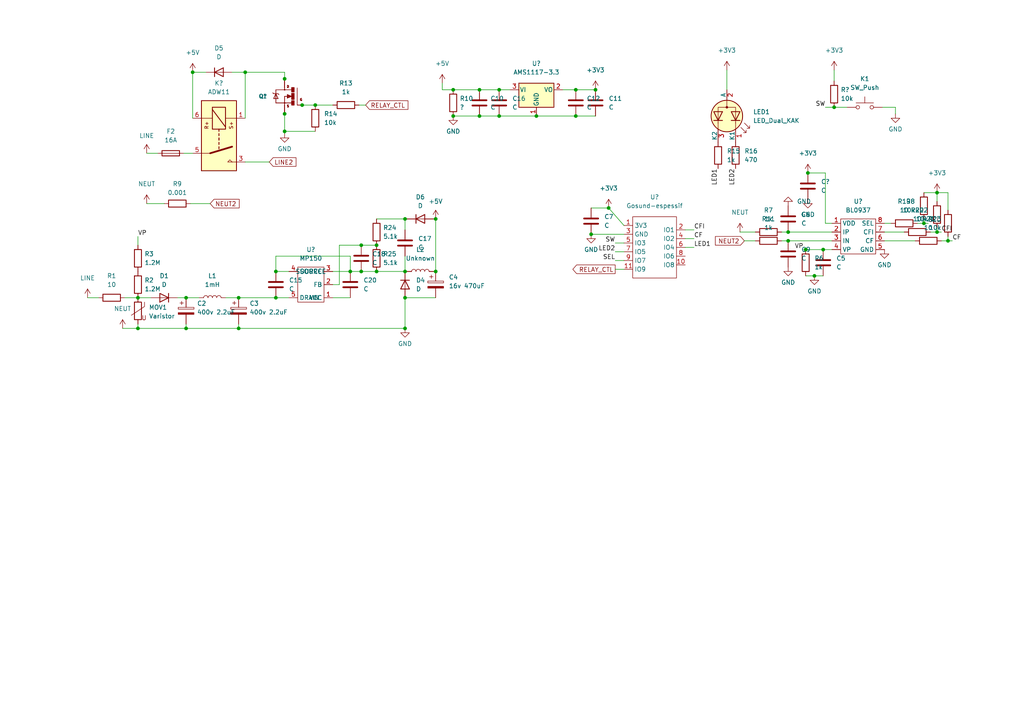
<source format=kicad_sch>
(kicad_sch (version 20211123) (generator eeschema)
  (paper "A4")
  (lib_symbols
    (symbol "Device:C" (pin_numbers hide) (pin_names (offset 0.254))
      (property "Reference" "C" (at 0.635 2.54 0))
      (property "Value" "C" (at 0.635 -2.54 0))
      (symbol "C_0_1"
        (polyline (pts (xy -2.032 -0.762) (xy 2.032 -0.762)) (stroke (width 0.508)))
        (polyline (pts (xy -2.032 0.762) (xy 2.032 0.762)) (stroke (width 0.508)))
      )
      (symbol "C_1_1"
        (pin passive line (at 0 3.81 270) (length 2.794) (name "~") (number "1"))
        (pin passive line (at 0 -3.81 90) (length 2.794) (name "~") (number "2"))
      )
    )
    (symbol "Device:C_Polarized" (pin_numbers hide) (pin_names (offset 0.254))
      (property "Reference" "C" (at 0.635 2.54 0))
      (property "Value" "C_Polarized" (at 0.635 -2.54 0))
      (symbol "C_Polarized_0_1"
        (rectangle (start -2.286 0.508) (end 2.286 1.016))
        (polyline (pts (xy -1.778 2.286) (xy -0.762 2.286)))
        (polyline (pts (xy -1.27 2.794) (xy -1.27 1.778)))
        (rectangle (start 2.286 -0.508) (end -2.286 -1.016) (fill (type outline)))
      )
      (symbol "C_Polarized_1_1"
        (pin passive line (at 0 3.81 270) (length 2.794) (name "~") (number "1"))
        (pin passive line (at 0 -3.81 90) (length 2.794) (name "~") (number "2"))
      )
    )
    (symbol "Device:D" (pin_numbers hide) (pin_names (offset 1.016) hide)
      (property "Reference" "D" (at 0 2.54 0))
      (property "Value" "D" (at 0 -2.54 0))
      (symbol "D_0_1"
        (polyline (pts (xy -1.27 1.27) (xy -1.27 -1.27)) (stroke (width 0.254)))
        (polyline (pts (xy 1.27 0) (xy -1.27 0)))
        (polyline (pts (xy 1.27 1.27) (xy 1.27 -1.27) (xy -1.27 0) (xy 1.27 1.27)) (stroke (width 0.254)))
      )
      (symbol "D_1_1"
        (pin passive line (at -3.81 0 0) (length 2.54) (name "K") (number "1"))
        (pin passive line (at 3.81 0 180) (length 2.54) (name "A") (number "2"))
      )
    )
    (symbol "Device:Fuse" (pin_numbers hide) (pin_names (offset 0))
      (property "Reference" "F" (at 2.032 0 90))
      (property "Value" "Fuse" (at -1.905 0 90))
      (symbol "Fuse_0_1"
        (rectangle (start -0.762 -2.54) (end 0.762 2.54) (stroke (width 0.254)))
        (polyline (pts (xy 0 2.54) (xy 0 -2.54)))
      )
      (symbol "Fuse_1_1"
        (pin passive line (at 0 3.81 270) (length 1.27) (name "~") (number "1"))
        (pin passive line (at 0 -3.81 90) (length 1.27) (name "~") (number "2"))
      )
    )
    (symbol "Device:L" (pin_numbers hide) (pin_names (offset 1.016) hide)
      (property "Reference" "L" (at -1.27 0 90))
      (property "Value" "L" (at 1.905 0 90))
      (symbol "L_0_1"
        (arc (start 0 -2.54) (mid 0.635 -1.905) (end 0 -1.27))
        (arc (start 0 -1.27) (mid 0.635 -0.635) (end 0 0))
        (arc (start 0 0) (mid 0.635 0.635) (end 0 1.27))
        (arc (start 0 1.27) (mid 0.635 1.905) (end 0 2.54))
      )
      (symbol "L_1_1"
        (pin passive line (at 0 3.81 270) (length 1.27) (name "1") (number "1"))
        (pin passive line (at 0 -3.81 90) (length 1.27) (name "2") (number "2"))
      )
    )
    (symbol "Device:LED_Dual_KAK" (pin_names (offset 0))
      (property "Reference" "D" (at 0 5.715 0))
      (property "Value" "LED_Dual_KAK" (at 0 -6.35 0))
      (symbol "LED_Dual_KAK_0_1"
        (circle (center -2.54 0) (radius 0.2794) (fill (type outline)))
        (polyline (pts (xy -4.572 0) (xy -2.54 0)))
        (polyline (pts (xy 1.27 -1.27) (xy 1.27 -3.81)) (stroke (width 0.254)))
        (polyline (pts (xy 1.27 3.81) (xy 1.27 1.27)) (stroke (width 0.254)))
        (polyline (pts (xy 3.81 -2.54) (xy 1.905 -2.54)))
        (polyline (pts (xy 3.81 2.54) (xy 1.905 2.54)))
        (polyline (pts (xy -1.27 -1.27) (xy -1.27 -3.81) (xy 1.27 -2.54) (xy -1.27 -1.27)) (stroke (width 0.254)))
        (polyline (pts (xy -1.27 3.81) (xy -1.27 1.27) (xy 1.27 2.54) (xy -1.27 3.81)) (stroke (width 0.254)))
        (polyline (pts (xy 2.032 2.54) (xy -2.54 2.54) (xy -2.54 -2.54) (xy 2.032 -2.54)))
        (polyline (pts (xy 2.032 5.08) (xy 3.556 6.604) (xy 2.794 6.604) (xy 3.556 6.604) (xy 3.556 5.842)))
        (polyline (pts (xy 3.302 4.064) (xy 4.826 5.588) (xy 4.064 5.588) (xy 4.826 5.588) (xy 4.826 4.826)))
        (circle (center 0 0) (radius 4.572) (stroke (width 0.254)) (fill (type background)))
      )
      (symbol "LED_Dual_KAK_1_1"
        (pin input line (at 7.62 2.54 180) (length 3.81) (name "K1") (number "1"))
        (pin input line (at -7.62 0 0) (length 3.048) (name "A") (number "2"))
        (pin input line (at 7.62 -2.54 180) (length 3.81) (name "K2") (number "3"))
      )
    )
    (symbol "Device:R" (pin_numbers hide) (pin_names (offset 0))
      (property "Reference" "R" (at 2.032 0 90))
      (property "Value" "R" (at 0 0 90))
      (symbol "R_0_1"
        (rectangle (start -1.016 -2.54) (end 1.016 2.54) (stroke (width 0.254)))
      )
      (symbol "R_1_1"
        (pin passive line (at 0 3.81 270) (length 1.27) (name "~") (number "1"))
        (pin passive line (at 0 -3.81 90) (length 1.27) (name "~") (number "2"))
      )
    )
    (symbol "Device:Varistor" (pin_numbers hide) (pin_names (offset 0))
      (property "Reference" "RV" (at 3.175 0 90))
      (property "Value" "Varistor" (at -3.175 0 90))
      (symbol "Varistor_0_0"
        (text "U" (at -1.778 -2.032 0) (effects (font (size 1.27 1.27))))
      )
      (symbol "Varistor_0_1"
        (rectangle (start -1.016 -2.54) (end 1.016 2.54) (stroke (width 0.254)))
        (polyline (pts (xy -1.905 2.54) (xy -1.905 1.27) (xy 1.905 -1.27)))
      )
      (symbol "Varistor_1_1"
        (pin passive line (at 0 3.81 270) (length 1.27) (name "~") (number "1"))
        (pin passive line (at 0 -3.81 90) (length 1.27) (name "~") (number "2"))
      )
    )
    (symbol "PW:BL0937"
      (property "Reference" "U" (at 0 8.89 0))
      (property "Value" "BL0937" (at 0 6.35 0))
      (symbol "BL0937_0_1"
        (rectangle (start -5.08 5.08) (end 5.08 -5.08))
      )
      (symbol "BL0937_1_1"
        (pin power_in line (at -7.62 3.81 0) (length 2.54) (name "VDD") (number "1"))
        (pin input line (at -7.62 1.27 0) (length 2.54) (name "IP") (number "2"))
        (pin input line (at -7.62 -1.27 0) (length 2.54) (name "IN") (number "3"))
        (pin input line (at -7.62 -3.81 0) (length 2.54) (name "VP") (number "4"))
        (pin power_in line (at 7.62 -3.81 180) (length 2.54) (name "GND") (number "5"))
        (pin input line (at 7.62 -1.27 180) (length 2.54) (name "CF") (number "6"))
        (pin input line (at 7.62 1.27 180) (length 2.54) (name "CFI") (number "7"))
        (pin input line (at 7.62 3.81 180) (length 2.54) (name "SEL") (number "8"))
      )
    )
    (symbol "PW:Gosund-espessif"
      (property "Reference" "U" (at -1.27 12.7 0))
      (property "Value" "Gosund-espessif" (at 0 10.16 0))
      (symbol "Gosund-espessif_0_1"
        (rectangle (start -6.35 8.89) (end 6.35 -8.89))
      )
      (symbol "Gosund-espessif_1_1"
        (pin power_in line (at -8.89 6.35 0) (length 2.54) (name "3V3") (number "1"))
        (pin bidirectional line (at 8.89 -5.08 180) (length 2.54) (name "IO8") (number "10"))
        (pin bidirectional line (at -8.89 -6.35 0) (length 2.54) (name "IO9") (number "11"))
        (pin bidirectional line (at 8.89 5.08 180) (length 2.54) (name "IO1") (number "2"))
        (pin power_in line (at -8.89 3.81 0) (length 2.54) (name "GND") (number "3"))
        (pin bidirectional line (at 8.89 2.54 180) (length 2.54) (name "IO2") (number "4"))
        (pin bidirectional line (at -8.89 1.27 0) (length 2.54) (name "IO3") (number "5"))
        (pin bidirectional line (at 8.89 0 180) (length 2.54) (name "IO4") (number "6"))
        (pin bidirectional line (at -8.89 -1.27 0) (length 2.54) (name "IO5") (number "7"))
        (pin bidirectional line (at 8.89 -2.54 180) (length 2.54) (name "IO6") (number "8"))
        (pin bidirectional line (at -8.89 -3.81 0) (length 2.54) (name "IO7") (number "9"))
      )
    )
    (symbol "PW:MP150"
      (property "Reference" "U" (at 0 0 0))
      (property "Value" "MP150" (at 0 0 0))
      (symbol "MP150_0_1"
        (rectangle (start -3.81 5.08) (end 3.81 -5.08) (stroke (width 0.1524)))
      )
      (symbol "MP150_1_1"
        (pin bidirectional line (at 6.35 -3.81 180) (length 2.54) (name "VCC") (number "1"))
        (pin input line (at 6.35 0 180) (length 2.54) (name "FB") (number "2"))
        (pin input line (at 6.35 3.81 180) (length 2.54) (name "SOURCE") (number "3"))
        (pin input line (at -6.35 3.81 0) (length 2.54) (name "SOURCE") (number "4"))
        (pin input line (at -6.35 -3.81 0) (length 2.54) (name "DRAIN") (number "5"))
      )
    )
    (symbol "PW:NMOSFETSOT23" (pin_numbers hide) (pin_names (offset 1.016) hide)
      (property "Reference" "Q" (at 7.62 2.54 0))
      (symbol "NMOSFETSOT23_1_0"
        (polyline (pts (xy -1.1176 -2.54) (xy -2.54 -2.54)))
        (polyline (pts (xy -1.1176 2.413) (xy -1.1176 -2.54)))
        (polyline (pts (xy 0.508 -1.905) (xy 2.54 -1.905)))
        (polyline (pts (xy 0.508 0) (xy 1.778 -0.508)))
        (polyline (pts (xy 0.762 0) (xy 1.651 -0.254)))
        (polyline (pts (xy 1.651 -0.254) (xy 1.651 0)))
        (polyline (pts (xy 1.651 0) (xy 1.397 0)))
        (polyline (pts (xy 1.651 0) (xy 2.54 0)))
        (polyline (pts (xy 1.651 0.254) (xy 0.762 0)))
        (polyline (pts (xy 1.778 -0.508) (xy 1.778 0.508)))
        (polyline (pts (xy 1.778 0.508) (xy 0.508 0)))
        (polyline (pts (xy 2.54 -1.905) (xy 2.54 -2.54)))
        (polyline (pts (xy 2.54 0) (xy 2.54 -1.905)))
        (polyline (pts (xy 2.54 1.905) (xy 0.5334 1.905)))
        (polyline (pts (xy 2.54 1.905) (xy 5.08 1.905)))
        (polyline (pts (xy 2.54 2.54) (xy 2.54 1.905)))
        (polyline (pts (xy 4.445 -0.635) (xy 5.715 -0.635)))
        (polyline (pts (xy 4.445 0.762) (xy 4.191 0.508)))
        (polyline (pts (xy 4.445 0.762) (xy 5.08 0.762)))
        (polyline (pts (xy 5.08 -1.905) (xy 2.54 -1.905)))
        (polyline (pts (xy 5.08 0.762) (xy 4.445 -0.635)))
        (polyline (pts (xy 5.08 0.762) (xy 5.08 -1.905)))
        (polyline (pts (xy 5.08 0.762) (xy 5.715 0.762)))
        (polyline (pts (xy 5.08 1.905) (xy 5.08 0.762)))
        (polyline (pts (xy 5.715 -0.635) (xy 5.08 0.762)))
        (polyline (pts (xy 5.715 0.762) (xy 5.969 1.016)))
        (text "D" (at 1.5748 2.8448 0) (effects (font (size 0.6604 0.6604))))
        (text "G" (at -2.2352 -0.9398 0) (effects (font (size 0.6604 0.6604))))
        (text "S" (at 1.5748 -2.8448 0) (effects (font (size 0.6604 0.6604))))
      )
      (symbol "NMOSFETSOT23_1_1"
        (rectangle (start -0.254 -2.54) (end 0.508 -1.27) (fill (type outline)))
        (rectangle (start -0.254 -0.889) (end 0.508 0.889) (fill (type outline)))
        (rectangle (start -0.254 1.27) (end 0.508 2.54) (fill (type outline)))
        (circle (center 2.54 -1.905) (radius 0.127) (fill (type outline)))
        (circle (center 2.54 1.905) (radius 0.127) (fill (type outline)))
        (pin passive line (at -2.54 -2.54 0) (length 0) (name "G") (number "1"))
        (pin passive line (at 2.54 -5.08 90) (length 2.54) (name "S") (number "2"))
        (pin passive line (at 2.54 5.08 270) (length 2.54) (name "D") (number "3"))
      )
    )
    (symbol "Regulator_Linear:AMS1117-3.3" (pin_names (offset 0.254))
      (property "Reference" "U" (at -3.81 3.175 0))
      (property "Value" "AMS1117-3.3" (at 0 3.175 0))
      (symbol "AMS1117-3.3_0_1"
        (rectangle (start -5.08 -5.08) (end 5.08 1.905) (stroke (width 0.254)) (fill (type background)))
      )
      (symbol "AMS1117-3.3_1_1"
        (pin power_in line (at 0 -7.62 90) (length 2.54) (name "GND") (number "1"))
        (pin power_out line (at 7.62 0 180) (length 2.54) (name "VO") (number "2"))
        (pin power_in line (at -7.62 0 0) (length 2.54) (name "VI") (number "3"))
      )
    )
    (symbol "Relay:ADW11"
      (property "Reference" "K" (at 11.43 3.81 0))
      (property "Value" "ADW11" (at 13.97 1.27 0))
      (symbol "ADW11_1_1"
        (rectangle (start -10.16 5.08) (end 10.16 -5.08) (stroke (width 0.254)) (fill (type background)))
        (rectangle (start -8.255 1.905) (end -1.905 -1.905) (stroke (width 0.254)))
        (polyline (pts (xy -7.62 -1.905) (xy -2.54 1.905)) (stroke (width 0.254)))
        (polyline (pts (xy -5.08 -5.08) (xy -5.08 -1.905)))
        (polyline (pts (xy -5.08 5.08) (xy -5.08 1.905)))
        (polyline (pts (xy -1.905 0) (xy -1.27 0)) (stroke (width 0.254)))
        (polyline (pts (xy -0.635 0) (xy 0 0)) (stroke (width 0.254)))
        (polyline (pts (xy 0.635 0) (xy 1.27 0)) (stroke (width 0.254)))
        (polyline (pts (xy 0.635 0) (xy 1.27 0)) (stroke (width 0.254)))
        (polyline (pts (xy 1.905 0) (xy 2.54 0)) (stroke (width 0.254)))
        (polyline (pts (xy 3.175 0) (xy 3.81 0)) (stroke (width 0.254)))
        (polyline (pts (xy 5.08 -2.54) (xy 3.175 3.81)) (stroke (width 0.508)))
        (polyline (pts (xy 5.08 -2.54) (xy 5.08 -5.08)))
        (polyline (pts (xy 7.62 3.81) (xy 7.62 5.08)))
        (polyline (pts (xy 7.62 3.81) (xy 7.62 2.54) (xy 6.985 3.175) (xy 7.62 3.81)))
        (text "R+" (at -3.048 -3.556 0) (effects (font (size 1.016 1.016))))
        (text "S+" (at -3.048 3.556 0) (effects (font (size 1.016 1.016))))
        (pin passive line (at -5.08 7.62 270) (length 2.54) (name "~") (number "1"))
        (pin passive line (at 7.62 7.62 270) (length 2.54) (name "~") (number "3"))
        (pin passive line (at 5.08 -7.62 90) (length 2.54) (name "~") (number "5"))
        (pin passive line (at -5.08 -7.62 90) (length 2.54) (name "~") (number "6"))
      )
    )
    (symbol "Switch:SW_Push" (pin_numbers hide) (pin_names (offset 1.016) hide)
      (property "Reference" "SW" (at 1.27 2.54 0))
      (property "Value" "SW_Push" (at 0 -1.524 0))
      (symbol "SW_Push_0_1"
        (circle (center -2.032 0) (radius 0.508))
        (polyline (pts (xy 0 1.27) (xy 0 3.048)))
        (polyline (pts (xy 2.54 1.27) (xy -2.54 1.27)))
        (circle (center 2.032 0) (radius 0.508))
        (pin passive line (at -5.08 0 0) (length 2.54) (name "1") (number "1"))
        (pin passive line (at 5.08 0 180) (length 2.54) (name "2") (number "2"))
      )
    )
    (symbol "power:+3V3" (power) (pin_names (offset 0))
      (property "Value" "+3V3" (at 0 3.556 0))
      (symbol "+3V3_0_1"
        (polyline (pts (xy -0.762 1.27) (xy 0 2.54)))
        (polyline (pts (xy 0 0) (xy 0 2.54)))
        (polyline (pts (xy 0 2.54) (xy 0.762 1.27)))
      )
      (symbol "+3V3_1_1"
        (pin power_in line (at 0 0 90) (length 0) hide (name "+3V3") (number "1"))
      )
    )
    (symbol "power:+5V" (power) (pin_names (offset 0))
      (property "Value" "+5V" (at 0 3.556 0))
      (symbol "+5V_0_1"
        (polyline (pts (xy -0.762 1.27) (xy 0 2.54)))
        (polyline (pts (xy 0 0) (xy 0 2.54)))
        (polyline (pts (xy 0 2.54) (xy 0.762 1.27)))
      )
      (symbol "+5V_1_1"
        (pin power_in line (at 0 0 90) (length 0) hide (name "+5V") (number "1"))
      )
    )
    (symbol "power:GND" (power) (pin_names (offset 0))
      (property "Value" "GND" (at 0 -3.81 0))
      (symbol "GND_0_1"
        (polyline (pts (xy 0 0) (xy 0 -1.27) (xy 1.27 -1.27) (xy 0 -2.54) (xy -1.27 -1.27) (xy 0 -1.27)))
      )
      (symbol "GND_1_1"
        (pin power_in line (at 0 0 270) (length 0) hide (name "GND") (number "1"))
      )
    )
    (symbol "power:LINE" (power) (pin_names (offset 0))
      (property "Value" "LINE" (at 0 3.81 0))
      (symbol "LINE_0_1"
        (polyline (pts (xy -0.762 1.27) (xy 0 2.54)))
        (polyline (pts (xy 0 0) (xy 0 2.54)))
        (polyline (pts (xy 0 2.54) (xy 0.762 1.27)))
      )
      (symbol "LINE_1_1"
        (pin power_in line (at 0 0 90) (length 0) hide (name "LINE") (number "1"))
      )
    )
    (symbol "power:NEUT" (power) (pin_names (offset 0))
      (property "Value" "NEUT" (at 0 3.81 0))
      (symbol "NEUT_0_1"
        (polyline (pts (xy -0.762 1.27) (xy 0 2.54)))
        (polyline (pts (xy 0 0) (xy 0 2.54)))
        (polyline (pts (xy 0 2.54) (xy 0.762 1.27)))
      )
      (symbol "NEUT_1_1"
        (pin power_in line (at 0 0 90) (length 0) hide (name "NEUT") (number "1"))
      )
    )
  )
  (junction (at 172.72 26.035))
  (junction (at 233.68 72.39))
  (junction (at 91.44 30.48))
  (junction (at 80.01 78.74))
  (junction (at 80.01 86.36))
  (junction (at 139.065 26.035))
  (junction (at 87.63 30.48))
  (junction (at 171.45 67.945))
  (junction (at 139.065 33.655))
  (junction (at 55.88 20.955))
  (junction (at 167.005 33.655))
  (junction (at 82.55 33.02))
  (junction (at 228.6 67.31))
  (junction (at 53.975 95.25))
  (junction (at 109.22 71.12))
  (junction (at 117.475 86.36))
  (junction (at 71.12 20.955))
  (junction (at 117.475 95.25))
  (junction (at 234.315 50.165))
  (junction (at 40.005 86.36))
  (junction (at 271.78 55.88))
  (junction (at 126.365 63.5))
  (junction (at 40.005 95.25))
  (junction (at 53.975 86.36))
  (junction (at 155.575 33.655))
  (junction (at 109.22 78.74))
  (junction (at 167.005 26.035))
  (junction (at 104.775 78.74))
  (junction (at 126.365 78.74))
  (junction (at 271.78 67.31))
  (junction (at 104.775 71.12))
  (junction (at 267.97 64.77))
  (junction (at 238.76 72.39))
  (junction (at 117.475 78.74))
  (junction (at 69.215 95.25))
  (junction (at 274.955 69.85))
  (junction (at 236.22 80.01))
  (junction (at 144.78 33.655))
  (junction (at 69.215 86.36))
  (junction (at 131.445 26.035))
  (junction (at 228.6 69.85))
  (junction (at 101.6 78.74))
  (junction (at 82.55 22.86))
  (junction (at 131.445 33.655))
  (junction (at 241.935 31.115))
  (junction (at 117.475 63.5))
  (junction (at 144.78 26.035))
  (junction (at 176.53 60.325))
  (junction (at 82.55 38.1))
  (wire (pts (xy 274.955 55.88) (xy 271.78 55.88)))
  (wire (pts (xy 239.395 50.165) (xy 239.395 64.77)))
  (wire (pts (xy 256.54 64.77) (xy 258.445 64.77)))
  (wire (pts (xy 215.9 69.85) (xy 219.075 69.85)))
  (wire (pts (xy 178.435 75.565) (xy 180.975 75.565)))
  (wire (pts (xy 178.435 70.485) (xy 180.975 70.485)))
  (wire (pts (xy 82.55 20.955) (xy 71.12 20.955)))
  (wire (pts (xy 109.22 78.74) (xy 117.475 78.74)))
  (wire (pts (xy 210.82 20.32) (xy 210.82 26.035)))
  (wire (pts (xy 53.975 86.36) (xy 57.785 86.36)))
  (wire (pts (xy 91.44 30.48) (xy 96.52 30.48)))
  (wire (pts (xy 167.005 26.035) (xy 172.72 26.035)))
  (wire (pts (xy 40.005 93.98) (xy 40.005 95.25)))
  (wire (pts (xy 96.52 78.74) (xy 101.6 78.74)))
  (wire (pts (xy 267.97 64.77) (xy 269.24 64.77)))
  (wire (pts (xy 65.405 86.36) (xy 69.215 86.36)))
  (wire (pts (xy 228.6 69.85) (xy 241.3 69.85)))
  (wire (pts (xy 239.395 31.115) (xy 241.935 31.115)))
  (wire (pts (xy 131.445 33.655) (xy 139.065 33.655)))
  (wire (pts (xy 80.01 78.74) (xy 83.82 78.74)))
  (wire (pts (xy 40.005 95.25) (xy 53.975 95.25)))
  (wire (pts (xy 271.78 55.88) (xy 267.97 55.88)))
  (wire (pts (xy 214.63 67.31) (xy 219.075 67.31)))
  (wire (pts (xy 117.475 63.5) (xy 118.11 63.5)))
  (wire (pts (xy 271.78 55.88) (xy 271.78 58.42)))
  (wire (pts (xy 96.52 86.36) (xy 101.6 86.36)))
  (wire (pts (xy 104.775 71.12) (xy 98.425 71.12)))
  (wire (pts (xy 51.435 86.36) (xy 53.975 86.36)))
  (wire (pts (xy 144.78 26.035) (xy 147.955 26.035)))
  (wire (pts (xy 42.545 44.45) (xy 45.72 44.45)))
  (wire (pts (xy 131.445 26.035) (xy 139.065 26.035)))
  (wire (pts (xy 128.27 24.13) (xy 128.27 26.035)))
  (wire (pts (xy 273.05 69.85) (xy 274.955 69.85)))
  (wire (pts (xy 139.065 33.655) (xy 144.78 33.655)))
  (wire (pts (xy 125.73 63.5) (xy 126.365 63.5)))
  (wire (pts (xy 233.68 72.39) (xy 238.76 72.39)))
  (wire (pts (xy 239.395 64.77) (xy 241.3 64.77)))
  (wire (pts (xy 82.55 22.86) (xy 82.55 20.955)))
  (wire (pts (xy 82.55 38.1) (xy 91.44 38.1)))
  (wire (pts (xy 274.955 60.96) (xy 274.955 55.88)))
  (wire (pts (xy 163.195 26.035) (xy 167.005 26.035)))
  (wire (pts (xy 117.475 86.36) (xy 126.365 86.36)))
  (wire (pts (xy 171.45 60.325) (xy 176.53 60.325)))
  (wire (pts (xy 228.6 67.31) (xy 241.3 67.31)))
  (wire (pts (xy 271.78 67.31) (xy 271.78 66.04)))
  (wire (pts (xy 40.005 86.36) (xy 43.815 86.36)))
  (wire (pts (xy 98.425 71.12) (xy 98.425 82.55)))
  (wire (pts (xy 198.755 69.215) (xy 201.295 69.215)))
  (wire (pts (xy 80.01 74.295) (xy 101.6 74.295)))
  (wire (pts (xy 87.63 30.48) (xy 91.44 30.48)))
  (wire (pts (xy 269.875 67.31) (xy 271.78 67.31)))
  (wire (pts (xy 178.435 73.025) (xy 180.975 73.025)))
  (wire (pts (xy 274.955 69.85) (xy 276.225 69.85)))
  (wire (pts (xy 238.76 72.39) (xy 241.3 72.39)))
  (wire (pts (xy 233.045 72.39) (xy 233.68 72.39)))
  (wire (pts (xy 55.88 20.955) (xy 59.69 20.955)))
  (wire (pts (xy 40.005 68.58) (xy 40.005 71.12)))
  (wire (pts (xy 98.425 82.55) (xy 96.52 82.55)))
  (wire (pts (xy 266.065 64.77) (xy 267.97 64.77)))
  (wire (pts (xy 28.575 86.36) (xy 25.4 86.36)))
  (wire (pts (xy 80.01 78.74) (xy 80.01 74.295)))
  (wire (pts (xy 69.215 95.25) (xy 117.475 95.25)))
  (wire (pts (xy 259.715 31.115) (xy 259.715 33.02)))
  (wire (pts (xy 198.755 66.675) (xy 201.295 66.675)))
  (wire (pts (xy 126.365 63.5) (xy 126.365 78.74)))
  (wire (pts (xy 35.56 95.25) (xy 40.005 95.25)))
  (wire (pts (xy 176.53 60.325) (xy 180.975 65.405)))
  (wire (pts (xy 71.12 46.99) (xy 78.105 46.99)))
  (wire (pts (xy 71.12 20.955) (xy 67.31 20.955)))
  (wire (pts (xy 144.78 33.655) (xy 155.575 33.655)))
  (wire (pts (xy 80.01 86.36) (xy 83.82 86.36)))
  (wire (pts (xy 125.73 78.74) (xy 126.365 78.74)))
  (wire (pts (xy 226.695 69.85) (xy 228.6 69.85)))
  (wire (pts (xy 256.54 69.85) (xy 265.43 69.85)))
  (wire (pts (xy 82.55 33.02) (xy 82.55 38.1)))
  (wire (pts (xy 226.695 67.31) (xy 228.6 67.31)))
  (wire (pts (xy 69.215 95.25) (xy 53.975 95.25)))
  (wire (pts (xy 55.245 59.055) (xy 60.96 59.055)))
  (wire (pts (xy 55.88 34.29) (xy 55.88 20.955)))
  (wire (pts (xy 104.775 78.74) (xy 109.22 78.74)))
  (wire (pts (xy 53.975 95.25) (xy 53.975 93.98)))
  (wire (pts (xy 236.22 80.01) (xy 238.76 80.01)))
  (wire (pts (xy 267.97 64.77) (xy 267.97 63.5)))
  (wire (pts (xy 117.475 63.5) (xy 117.475 66.675)))
  (wire (pts (xy 117.475 95.25) (xy 117.475 86.36)))
  (wire (pts (xy 255.905 31.115) (xy 259.715 31.115)))
  (wire (pts (xy 155.575 33.655) (xy 167.005 33.655)))
  (wire (pts (xy 69.215 86.36) (xy 80.01 86.36)))
  (wire (pts (xy 256.54 67.31) (xy 262.255 67.31)))
  (wire (pts (xy 178.435 78.105) (xy 180.975 78.105)))
  (wire (pts (xy 106.045 30.48) (xy 104.14 30.48)))
  (wire (pts (xy 139.065 26.035) (xy 144.78 26.035)))
  (wire (pts (xy 131.445 26.035) (xy 128.27 26.035)))
  (wire (pts (xy 42.545 59.055) (xy 47.625 59.055)))
  (wire (pts (xy 241.935 31.115) (xy 245.745 31.115)))
  (wire (pts (xy 198.755 71.755) (xy 201.295 71.755)))
  (wire (pts (xy 101.6 78.74) (xy 104.775 78.74)))
  (wire (pts (xy 117.475 78.74) (xy 118.11 78.74)))
  (wire (pts (xy 36.195 86.36) (xy 40.005 86.36)))
  (wire (pts (xy 239.395 50.165) (xy 234.315 50.165)))
  (wire (pts (xy 69.215 93.98) (xy 69.215 95.25)))
  (wire (pts (xy 101.6 74.295) (xy 101.6 78.74)))
  (wire (pts (xy 53.34 44.45) (xy 55.88 44.45)))
  (wire (pts (xy 171.45 67.945) (xy 180.975 67.945)))
  (wire (pts (xy 167.005 33.655) (xy 172.72 33.655)))
  (wire (pts (xy 109.22 63.5) (xy 117.475 63.5)))
  (wire (pts (xy 241.935 20.32) (xy 241.935 23.495)))
  (wire (pts (xy 271.78 67.31) (xy 273.05 67.31)))
  (wire (pts (xy 109.22 71.12) (xy 104.775 71.12)))
  (wire (pts (xy 71.12 34.29) (xy 71.12 20.955)))
  (wire (pts (xy 117.475 74.295) (xy 117.475 78.74)))
  (wire (pts (xy 274.955 69.85) (xy 274.955 68.58)))
  (wire (pts (xy 82.55 38.1) (xy 82.55 38.735)))
  (wire (pts (xy 233.68 80.01) (xy 236.22 80.01)))
  (label "SW" (at 239.395 31.115 180))
  (label "LED2" (at 213.36 48.895 270))
  (label "CF" (at 276.225 69.85 0))
  (label "SW" (at 178.435 70.485 180))
  (label "VP" (at 40.005 68.58 0))
  (label "CF" (at 201.295 69.215 0))
  (label "LED1" (at 208.28 48.895 270))
  (label "CFI" (at 273.05 67.31 0))
  (label "LED1" (at 201.295 71.755 0))
  (label "SEL" (at 269.24 64.77 0))
  (label "CFI" (at 201.295 66.675 0))
  (label "VP" (at 233.045 72.39 180))
  (label "LED2" (at 178.435 73.025 180))
  (label "SEL" (at 178.435 75.565 180))
  (global_label "RELAY_CTL" (shape input) (at 106.045 30.48 0) (property "Intersheet References" "${INTERSHEET_REFS}" (effects hide)))
  (global_label "NEUT2" (shape input) (at 60.96 59.055 0) (property "Intersheet References" "${INTERSHEET_REFS}" (effects hide)))
  (global_label "RELAY_CTL" (shape output) (at 178.435 78.105 180) (property "Intersheet References" "${INTERSHEET_REFS}" (effects hide)))
  (global_label "NEUT2" (shape input) (at 215.9 69.85 180) (property "Intersheet References" "${INTERSHEET_REFS}" (effects hide)))
  (global_label "LINE2" (shape input) (at 78.105 46.99 0) (property "Intersheet References" "${INTERSHEET_REFS}" (effects hide)))
  (symbol (lib_id "Device:R") (at 40.005 74.93 0) (mirror y) (unit 1)
    (property "Reference" "R3" (at 41.91 73.66 0) (effects (justify right)))
    (property "Value" "1.2M" (at 41.91 76.2 0) (effects (justify right)))
  )
  (symbol (lib_id "Relay:ADW11") (at 63.5 39.37 270) (unit 1)
    (property "Reference" "K?" (at 63.5 24.13 90))
    (property "Value" "ADW11" (at 63.5 26.67 90))
    (property "Footprint" "Relay_THT:Relay_1P1T_NO_10x24x18.8mm_Panasonic_ADW11xxxxW_THT" (effects hide))
    (property "Datasheet" "https://www.panasonic-electric-works.com/pew/es/downloads/ds_dw_hl_en.pdf" (effects hide))
  )
  (symbol (lib_id "Device:C") (at 80.01 82.55 180) (unit 1)
    (property "Reference" "C15" (at 83.82 81.2799 0) (effects (justify right)))
    (property "Value" "C" (at 83.82 83.8199 0) (effects (justify right)))
  )
  (symbol (lib_id "Device:C") (at 228.6 73.66 180) (unit 1)
    (property "Reference" "C9" (at 232.41 72.3899 0) (effects (justify right)))
    (property "Value" "C" (at 232.41 74.9299 0) (effects (justify right)))
  )
  (symbol (lib_id "Device:R") (at 208.28 45.085 0) (mirror y) (unit 1)
    (property "Reference" "R15" (at 210.82 43.8149 0) (effects (justify right)))
    (property "Value" "1k" (at 210.82 46.3549 0) (effects (justify right)))
  )
  (symbol (lib_id "power:GND") (at 82.55 38.735 0) (unit 1)
    (property "Reference" "#PWR?" (effects hide))
    (property "Value" "GND" (at 82.55 43.18 0))
  )
  (symbol (lib_id "Device:C") (at 117.475 70.485 180) (unit 1)
    (property "Reference" "C17" (at 121.285 69.2149 0) (effects (justify right)))
    (property "Value" "C" (at 121.285 71.7549 0) (effects (justify right)))
  )
  (symbol (lib_id "Device:R") (at 109.22 67.31 0) (mirror y) (unit 1)
    (property "Reference" "R24" (at 111.125 66.04 0) (effects (justify right)))
    (property "Value" "5.1k" (at 111.125 68.58 0) (effects (justify right)))
  )
  (symbol (lib_id "Device:R") (at 241.935 27.305 0) (mirror y) (unit 1)
    (property "Reference" "R?" (at 243.84 26.0349 0) (effects (justify right)))
    (property "Value" "10k" (at 243.84 28.5749 0) (effects (justify right)))
  )
  (symbol (lib_id "Device:R") (at 91.44 34.29 0) (mirror y) (unit 1)
    (property "Reference" "R14" (at 93.98 33.0199 0) (effects (justify right)))
    (property "Value" "10k" (at 93.98 35.5599 0) (effects (justify right)))
  )
  (symbol (lib_id "Device:R") (at 267.97 59.69 0) (mirror x) (unit 1)
    (property "Reference" "R8" (at 265.43 58.4199 0) (effects (justify right)))
    (property "Value" "10k" (at 265.43 60.9599 0) (effects (justify right)))
  )
  (symbol (lib_id "power:LINE") (at 25.4 86.36 0) (mirror y) (unit 1)
    (property "Reference" "#PWR?" (effects hide))
    (property "Value" "LINE" (at 25.4 80.645 0))
  )
  (symbol (lib_id "power:NEUT") (at 214.63 67.31 0) (unit 1)
    (property "Reference" "#PWR?" (effects hide))
    (property "Value" "NEUT" (at 214.63 61.595 0))
  )
  (symbol (lib_id "Device:L") (at 61.595 86.36 90) (unit 1)
    (property "Reference" "L1" (at 61.595 80.01 90))
    (property "Value" "1mH" (at 61.595 82.55 90))
  )
  (symbol (lib_id "Device:R") (at 40.005 82.55 0) (mirror y) (unit 1)
    (property "Reference" "R2" (at 41.91 81.28 0) (effects (justify right)))
    (property "Value" "1.2M" (at 41.91 83.82 0) (effects (justify right)))
  )
  (symbol (lib_id "Device:C_Polarized") (at 53.975 90.17 0) (unit 1)
    (property "Reference" "C2" (at 57.15 88.0109 0) (effects (justify left)))
    (property "Value" "400v 2.2uF" (at 57.15 90.5509 0) (effects (justify left)))
  )
  (symbol (lib_id "Device:LED_Dual_KAK") (at 210.82 33.655 270) (unit 1)
    (property "Reference" "LED1" (at 218.44 32.4484 90) (effects (justify left)))
    (property "Value" "LED_Dual_KAK" (at 218.44 34.9884 90) (effects (justify left)))
    (property "Footprint" "LED_THT:LED_D3.0mm-3" (effects hide))
  )
  (symbol (lib_id "Device:R") (at 131.445 29.845 0) (mirror y) (unit 1)
    (property "Reference" "R10" (at 133.35 28.5749 0) (effects (justify right)))
    (property "Value" "?" (at 133.35 31.1149 0) (effects (justify right)))
  )
  (symbol (lib_id "Device:R") (at 213.36 45.085 0) (mirror y) (unit 1)
    (property "Reference" "R16" (at 215.9 43.8149 0) (effects (justify right)))
    (property "Value" "470" (at 215.9 46.3549 0) (effects (justify right)))
  )
  (symbol (lib_id "Device:R") (at 222.885 67.31 90) (mirror x) (unit 1)
    (property "Reference" "R7" (at 222.885 60.96 90))
    (property "Value" "1k" (at 222.885 63.5 90))
  )
  (symbol (lib_id "Device:R") (at 233.68 76.2 0) (mirror y) (unit 1)
    (property "Reference" "R6" (at 236.22 74.9299 0) (effects (justify right)))
    (property "Value" "1k" (at 236.22 77.4699 0) (effects (justify right)))
  )
  (symbol (lib_id "power:LINE") (at 42.545 44.45 0) (unit 1)
    (property "Reference" "#PWR?" (effects hide))
    (property "Value" "LINE" (at 42.545 39.37 0))
  )
  (symbol (lib_id "Device:C_Polarized") (at 126.365 82.55 0) (unit 1)
    (property "Reference" "C4" (at 130.175 80.3909 0) (effects (justify left)))
    (property "Value" "16v 470uF" (at 130.175 82.9309 0) (effects (justify left)))
  )
  (symbol (lib_id "Device:C") (at 172.72 29.845 180) (unit 1)
    (property "Reference" "C11" (at 176.53 28.5749 0) (effects (justify right)))
    (property "Value" "C" (at 176.53 31.1149 0) (effects (justify right)))
  )
  (symbol (lib_id "power:GND") (at 171.45 67.945 0) (unit 1)
    (property "Reference" "#PWR?" (effects hide))
    (property "Value" "GND" (at 171.45 72.39 0))
  )
  (symbol (lib_id "Device:R") (at 51.435 59.055 270) (unit 1)
    (property "Reference" "R9" (at 51.435 53.34 90))
    (property "Value" "0.001" (at 51.435 55.88 90))
  )
  (symbol (lib_id "Device:C") (at 167.005 29.845 180) (unit 1)
    (property "Reference" "C12" (at 170.18 28.5749 0) (effects (justify right)))
    (property "Value" "C" (at 170.18 31.1149 0) (effects (justify right)))
  )
  (symbol (lib_id "power:GND") (at 259.715 33.02 0) (unit 1)
    (property "Reference" "#PWR?" (effects hide))
    (property "Value" "GND" (at 259.715 37.465 0))
  )
  (symbol (lib_id "Device:D") (at 117.475 82.55 270) (unit 1)
    (property "Reference" "D4" (at 120.65 81.2799 90) (effects (justify left)))
    (property "Value" "D" (at 120.65 83.8199 90) (effects (justify left)))
  )
  (symbol (lib_id "power:GND") (at 234.315 57.785 0) (unit 1)
    (property "Reference" "#PWR?" (effects hide))
    (property "Value" "GND" (at 234.315 62.23 0))
  )
  (symbol (lib_id "Device:Fuse") (at 49.53 44.45 90) (unit 1)
    (property "Reference" "F2" (at 49.53 38.1 90))
    (property "Value" "16A" (at 49.53 40.64 90))
  )
  (symbol (lib_id "Device:C_Polarized") (at 69.215 90.17 0) (unit 1)
    (property "Reference" "C3" (at 72.39 88.0109 0) (effects (justify left)))
    (property "Value" "400v 2.2uF" (at 72.39 90.5509 0) (effects (justify left)))
  )
  (symbol (lib_id "PW:Gosund-espessif") (at 189.865 71.755 0) (unit 1)
    (property "Reference" "U?" (at 189.865 57.15 0))
    (property "Value" "Gosund-espessif" (at 189.865 59.69 0))
  )
  (symbol (lib_id "Device:D") (at 63.5 20.955 0) (unit 1)
    (property "Reference" "D5" (at 63.5 13.97 0))
    (property "Value" "D" (at 63.5 16.51 0))
  )
  (symbol (lib_id "power:NEUT") (at 42.545 59.055 0) (unit 1)
    (property "Reference" "#PWR?" (effects hide))
    (property "Value" "NEUT" (at 42.545 53.34 0))
  )
  (symbol (lib_id "Device:C") (at 104.775 74.93 180) (unit 1)
    (property "Reference" "C18" (at 107.95 73.6599 0) (effects (justify right)))
    (property "Value" "C" (at 107.95 76.1999 0) (effects (justify right)))
  )
  (symbol (lib_id "Device:R") (at 266.065 67.31 90) (mirror x) (unit 1)
    (property "Reference" "R20" (at 266.065 60.96 90))
    (property "Value" "10" (at 266.065 63.5 90))
  )
  (symbol (lib_id "Device:R") (at 271.78 62.23 0) (mirror x) (unit 1)
    (property "Reference" "R22" (at 269.24 60.9599 0) (effects (justify right)))
    (property "Value" "10k" (at 269.24 63.4999 0) (effects (justify right)))
  )
  (symbol (lib_id "Device:R") (at 109.22 74.93 0) (mirror y) (unit 1)
    (property "Reference" "R25" (at 111.125 73.66 0) (effects (justify right)))
    (property "Value" "5.1k" (at 111.125 76.2 0) (effects (justify right)))
  )
  (symbol (lib_id "Device:C") (at 228.6 63.5 180) (unit 1)
    (property "Reference" "C6" (at 232.41 62.2299 0) (effects (justify right)))
    (property "Value" "C" (at 232.41 64.7699 0) (effects (justify right)))
  )
  (symbol (lib_id "Device:R") (at 222.885 69.85 90) (mirror x) (unit 1)
    (property "Reference" "R11" (at 222.885 63.5 90))
    (property "Value" "1k" (at 222.885 66.04 90))
  )
  (symbol (lib_id "power:+5V") (at 126.365 63.5 0) (unit 1)
    (property "Reference" "#PWR?" (effects hide))
    (property "Value" "+5V" (at 126.365 58.42 0))
  )
  (symbol (lib_id "power:GND") (at 228.6 77.47 0) (unit 1)
    (property "Reference" "#PWR?" (effects hide))
    (property "Value" "GND" (at 228.6 81.915 0))
  )
  (symbol (lib_id "Device:D") (at 47.625 86.36 180) (unit 1)
    (property "Reference" "D1" (at 47.625 80.01 0))
    (property "Value" "D" (at 47.625 82.55 0))
  )
  (symbol (lib_id "PW:NMOSFETSOT23") (at 85.09 27.94 0) (mirror y) (unit 1)
    (property "Reference" "Q1" (at 77.47 27.94 0) (effects (font (size 1.143 1.143)) (justify left)))
    (property "Value" "NMOSFETSOT23" (effects hide))
    (property "Footprint" "PW:SOT23" (effects hide))
  )
  (symbol (lib_id "power:+3V3") (at 172.72 26.035 0) (unit 1)
    (property "Reference" "#PWR?" (effects hide))
    (property "Value" "+3V3" (at 172.72 20.32 0))
  )
  (symbol (lib_id "Device:R") (at 262.255 64.77 90) (mirror x) (unit 1)
    (property "Reference" "R19" (at 262.255 58.42 90))
    (property "Value" "10" (at 262.255 60.96 90))
  )
  (symbol (lib_id "power:GND") (at 117.475 95.25 0) (unit 1)
    (property "Reference" "#PWR?" (effects hide))
    (property "Value" "GND" (at 117.475 99.695 0))
  )
  (symbol (lib_id "Device:Varistor") (at 40.005 90.17 0) (mirror y) (unit 1)
    (property "Reference" "MOV1" (at 43.18 89.1531 0) (effects (justify right)))
    (property "Value" "Varistor" (at 43.18 91.6931 0) (effects (justify right)))
  )
  (symbol (lib_id "Device:R") (at 100.33 30.48 90) (mirror x) (unit 1)
    (property "Reference" "R13" (at 100.33 24.13 90))
    (property "Value" "1k" (at 100.33 26.67 90))
  )
  (symbol (lib_id "power:GND") (at 131.445 33.655 0) (unit 1)
    (property "Reference" "#PWR?" (effects hide))
    (property "Value" "GND" (at 131.445 38.1 0))
  )
  (symbol (lib_id "Device:C") (at 171.45 64.135 180) (unit 1)
    (property "Reference" "C7" (at 175.26 62.8649 0) (effects (justify right)))
    (property "Value" "C" (at 175.26 65.4049 0) (effects (justify right)))
  )
  (symbol (lib_id "Device:C") (at 234.315 53.975 180) (unit 1)
    (property "Reference" "C?" (at 238.125 52.7049 0) (effects (justify right)))
    (property "Value" "C" (at 238.125 55.2449 0) (effects (justify right)))
  )
  (symbol (lib_id "Device:L") (at 121.92 78.74 90) (unit 1)
    (property "Reference" "L2" (at 121.92 72.39 90))
    (property "Value" "Unknown" (at 121.92 74.93 90))
  )
  (symbol (lib_id "PW:NMOSFETSOT23") (at 85.09 27.94 0) (mirror y) (unit 1)
    (property "Reference" "Q?" (at 77.47 27.94 0) (effects (font (size 1.143 1.143)) (justify left)))
    (property "Value" "NMOSFETSOT23" (effects hide))
    (property "Footprint" "PW:SOT23" (effects hide))
  )
  (symbol (lib_id "power:+3V3") (at 234.315 50.165 0) (unit 1)
    (property "Reference" "#PWR?" (effects hide))
    (property "Value" "+3V3" (at 234.315 44.45 0))
  )
  (symbol (lib_id "Device:R") (at 32.385 86.36 270) (mirror x) (unit 1)
    (property "Reference" "R1" (at 32.385 80.01 90))
    (property "Value" "10" (at 32.385 82.55 90))
  )
  (symbol (lib_id "Device:R") (at 274.955 64.77 0) (mirror x) (unit 1)
    (property "Reference" "R23" (at 273.05 63.4999 0) (effects (justify right)))
    (property "Value" "10k" (at 273.05 66.0399 0) (effects (justify right)))
  )
  (symbol (lib_id "power:+3V3") (at 176.53 60.325 0) (unit 1)
    (property "Reference" "#PWR?" (effects hide))
    (property "Value" "+3V3" (at 176.53 54.61 0))
  )
  (symbol (lib_id "Device:R") (at 269.24 69.85 90) (mirror x) (unit 1)
    (property "Reference" "R21" (at 269.24 63.5 90))
    (property "Value" "10" (at 269.24 66.04 90))
  )
  (symbol (lib_id "Switch:SW_Push") (at 250.825 31.115 0) (unit 1)
    (property "Reference" "K1" (at 250.825 22.86 0))
    (property "Value" "SW_Push" (at 250.825 25.4 0))
  )
  (symbol (lib_id "Regulator_Linear:AMS1117-3.3") (at 155.575 26.035 0) (unit 1)
    (property "Reference" "U?" (at 155.575 18.415 0))
    (property "Value" "AMS1117-3.3" (at 155.575 20.955 0))
    (property "Footprint" "Package_TO_SOT_SMD:SOT-223-3_TabPin2" (effects hide))
    (property "Datasheet" "http://www.advanced-monolithic.com/pdf/ds1117.pdf" (effects hide))
  )
  (symbol (lib_id "Device:D") (at 121.92 63.5 0) (unit 1)
    (property "Reference" "D6" (at 121.92 57.15 0))
    (property "Value" "D" (at 121.92 59.69 0))
  )
  (symbol (lib_id "Device:C") (at 139.065 29.845 180) (unit 1)
    (property "Reference" "C10" (at 142.24 28.5749 0) (effects (justify right)))
    (property "Value" "C" (at 142.24 31.1149 0) (effects (justify right)))
  )
  (symbol (lib_id "Device:C") (at 144.78 29.845 180) (unit 1)
    (property "Reference" "C16" (at 148.59 28.5749 0) (effects (justify right)))
    (property "Value" "C" (at 148.59 31.1149 0) (effects (justify right)))
  )
  (symbol (lib_id "Device:C") (at 101.6 82.55 0) (mirror y) (unit 1)
    (property "Reference" "C20" (at 105.41 81.28 0) (effects (justify right)))
    (property "Value" "C" (at 105.41 83.8199 0) (effects (justify right)))
  )
  (symbol (lib_id "power:+5V") (at 55.88 20.955 0) (unit 1)
    (property "Reference" "#PWR?" (effects hide))
    (property "Value" "+5V" (at 55.88 15.24 0))
  )
  (symbol (lib_id "PW:BL0937") (at 248.92 68.58 0) (unit 1)
    (property "Reference" "U?" (at 248.92 58.42 0))
    (property "Value" "BL0937" (at 248.92 60.96 0))
    (property "Footprint" "Package_SO:SOIC-8_3.9x4.9mm_P1.27mm" (effects hide))
  )
  (symbol (lib_id "power:+5V") (at 128.27 24.13 0) (unit 1)
    (property "Reference" "#PWR?" (effects hide))
    (property "Value" "+5V" (at 128.27 18.415 0))
  )
  (symbol (lib_id "power:+3V3") (at 271.78 55.88 0) (unit 1)
    (property "Reference" "#PWR?" (effects hide))
    (property "Value" "+3V3" (at 271.78 50.165 0))
  )
  (symbol (lib_id "power:+3V3") (at 241.935 20.32 0) (unit 1)
    (property "Reference" "#PWR?" (effects hide))
    (property "Value" "+3V3" (at 241.935 14.605 0))
  )
  (symbol (lib_id "power:NEUT") (at 35.56 95.25 0) (mirror y) (unit 1)
    (property "Reference" "#PWR?" (effects hide))
    (property "Value" "NEUT" (at 35.56 89.535 0))
  )
  (symbol (lib_id "Device:C") (at 238.76 76.2 180) (unit 1)
    (property "Reference" "C5" (at 242.57 74.9299 0) (effects (justify right)))
    (property "Value" "C" (at 242.57 77.4699 0) (effects (justify right)))
  )
  (symbol (lib_id "power:GND") (at 228.6 59.69 180) (unit 1)
    (property "Reference" "#PWR?" (effects hide))
    (property "Value" "GND" (at 231.14 58.4199 0) (effects (justify right)))
  )
  (symbol (lib_id "power:+3V3") (at 210.82 20.32 0) (unit 1)
    (property "Reference" "#PWR?" (effects hide))
    (property "Value" "+3V3" (at 210.82 14.605 0))
  )
  (symbol (lib_id "power:GND") (at 236.22 80.01 0) (unit 1)
    (property "Reference" "#PWR?" (effects hide))
    (property "Value" "GND" (at 236.22 84.455 0))
  )
  (symbol (lib_id "PW:MP150") (at 90.17 82.55 0) (unit 1)
    (property "Reference" "U?" (at 90.17 72.39 0))
    (property "Value" "MP150" (at 90.17 74.93 0))
    (property "Footprint" "Package_TO_SOT_SMD:SOT-23-5" (effects hide))
  )
  (symbol (lib_id "power:GND") (at 256.54 72.39 0) (unit 1)
    (property "Reference" "#PWR?" (effects hide))
    (property "Value" "GND" (at 256.54 76.835 0))
  )
)
</source>
